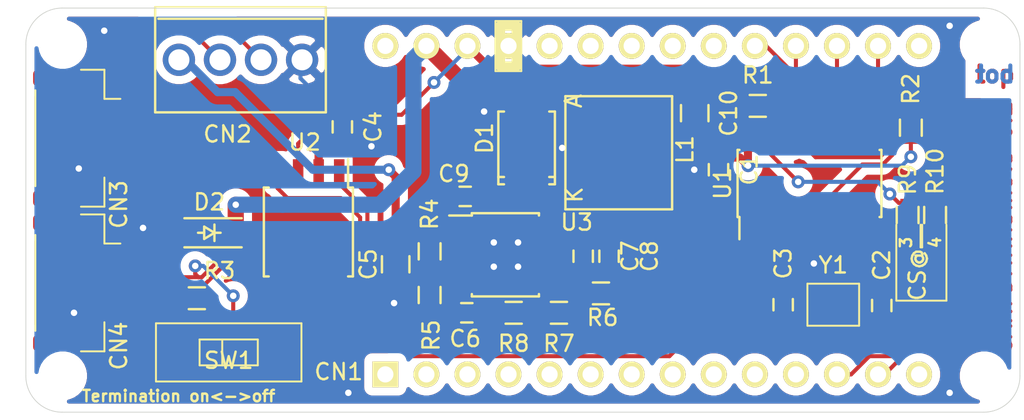
<source format=kicad_pcb>
(kicad_pcb (version 20171130) (host pcbnew 5.1.8-db9833491~87~ubuntu18.04.1)
  (layers (0 F.Cu signal) (31 B.Cu signal) (34 B.Paste user) (35 F.Paste user) (36 B.SilkS user) (37 F.SilkS user) (38 B.Mask user) (39 F.Mask user) (44 Edge.Cuts user))
  (net 0 "")
  (net 1 +3V3)
  (net 2 GND)
  (net 3 /OSC1)
  (net 4 /OSC2)
  (net 5 /MISO)
  (net 6 /SCK)
  (net 7 /MOSI)
  (net 8 /MCP2517_INT)
  (net 9 /MCP2517_CS)
  (net 10 /CANH)
  (net 11 /CANL)
  (net 12 "Net-(R3-Pad2)")
  (net 13 /CAN_TX)
  (net 14 /CAN_RX)
  (net 15 VCC)
  (net 16 /SS)
  (net 17 /COMP)
  (net 18 "Net-(C8-Pad1)")
  (net 19 /BOOT)
  (net 20 /PH)
  (net 21 +5V)
  (net 22 /EN)
  (net 23 /VSENSE)
  (net 24 /CANVCC)
  (net 25 /MCP2517_CS2)
  (net 26 /MCP2517_CS1)
  (module CON_wuerth:WR-TBL_691210910004 (layer F.Cu) (at 120.53 90.7 180)
    (fp_text reference CN2 (at 0.8 -4.6) (layer F.SilkS))
    (fp_text value CONN_01X04)
    (pad 4 thru_hole circle (at 3.81 0 180) (size 2 2) (drill 1.3) (layers *.Cu *.Mask) (net 15 VCC))
    (pad 1 thru_hole circle (at -3.81 0 180) (size 2 2) (drill 1.3) (layers *.Cu *.Mask) (net 2 GND))
    (pad 2 thru_hole circle (at -1.27 0 180) (size 2 2) (drill 1.3) (layers *.Cu *.Mask) (net 11 /CANL))
    (pad 3 thru_hole circle (at 1.27 0 180) (size 2 2) (drill 1.3) (layers *.Cu *.Mask) (net 10 /CANH))
  )
  (module MODULE_compute:ARDUINO_MKR_HOLES_PINHEADER_EDGE (layer F.Cu) (at 146 100)
    (fp_text reference CN1 (at -19.4 10) (layer F.SilkS))
    (fp_text value ARDUINO_MKR)
    (pad "" np_thru_hole circle (at -36.47 -10.25) (size 2 2) (drill 2) (layers *.Cu *.Mask))
    (pad "" np_thru_hole circle (at -36.47 10.25) (size 2 2) (drill 2) (layers *.Cu *.Mask))
    (pad "" np_thru_hole circle (at 20.53 -10.25) (size 2 2) (drill 2) (layers *.Cu *.Mask))
    (pad "" np_thru_hole circle (at 20.53 10.25) (size 2 2) (drill 2) (layers *.Cu *.Mask))
    (pad 1 thru_hole rect (at -16.51 10.16) (size 1.6 1.6) (drill 1) (layers *.Cu *.Mask F.SilkS))
    (pad 2 thru_hole circle (at -13.97 10.16) (size 1.6 1.6) (drill 1) (layers *.Cu *.Mask F.SilkS))
    (pad 3 thru_hole circle (at -11.43 10.16) (size 1.6 1.6) (drill 1) (layers *.Cu *.Mask F.SilkS))
    (pad 4 thru_hole circle (at -8.89 10.16) (size 1.6 1.6) (drill 1) (layers *.Cu *.Mask F.SilkS))
    (pad 5 thru_hole circle (at -6.35 10.16) (size 1.6 1.6) (drill 1) (layers *.Cu *.Mask F.SilkS))
    (pad 6 thru_hole circle (at -3.81 10.16) (size 1.6 1.6) (drill 1) (layers *.Cu *.Mask F.SilkS))
    (pad 7 thru_hole circle (at -1.27 10.16) (size 1.6 1.6) (drill 1) (layers *.Cu *.Mask F.SilkS))
    (pad 8 thru_hole circle (at 1.27 10.16) (size 1.6 1.6) (drill 1) (layers *.Cu *.Mask F.SilkS))
    (pad 9 thru_hole circle (at 3.81 10.16) (size 1.6 1.6) (drill 1) (layers *.Cu *.Mask F.SilkS))
    (pad 10 thru_hole circle (at 6.35 10.16) (size 1.6 1.6) (drill 1) (layers *.Cu *.Mask F.SilkS))
    (pad 11 thru_hole circle (at 8.89 10.16) (size 1.6 1.6) (drill 1) (layers *.Cu *.Mask F.SilkS))
    (pad 12 thru_hole circle (at 11.43 10.16) (size 1.6 1.6) (drill 1) (layers *.Cu *.Mask F.SilkS) (net 26 /MCP2517_CS1))
    (pad 13 thru_hole circle (at 13.97 10.16) (size 1.6 1.6) (drill 1) (layers *.Cu *.Mask F.SilkS) (net 25 /MCP2517_CS2))
    (pad 14 thru_hole circle (at 16.51 10.16) (size 1.6 1.6) (drill 1) (layers *.Cu *.Mask F.SilkS))
    (pad 15 thru_hole circle (at 16.51 -10.16) (size 1.6 1.6) (drill 1) (layers *.Cu *.Mask F.SilkS))
    (pad 16 thru_hole circle (at 13.97 -10.16) (size 1.6 1.6) (drill 1) (layers *.Cu *.Mask F.SilkS) (net 8 /MCP2517_INT))
    (pad 17 thru_hole circle (at 11.43 -10.16) (size 1.6 1.6) (drill 1) (layers *.Cu *.Mask F.SilkS) (net 7 /MOSI))
    (pad 18 thru_hole circle (at 8.89 -10.16) (size 1.6 1.6) (drill 1) (layers *.Cu *.Mask F.SilkS) (net 6 /SCK))
    (pad 19 thru_hole circle (at 6.35 -10.16) (size 1.6 1.6) (drill 1) (layers *.Cu *.Mask F.SilkS) (net 5 /MISO))
    (pad 20 thru_hole circle (at 3.81 -10.16) (size 1.6 1.6) (drill 1) (layers *.Cu *.Mask F.SilkS))
    (pad 21 thru_hole circle (at 1.27 -10.16) (size 1.6 1.6) (drill 1) (layers *.Cu *.Mask F.SilkS))
    (pad 22 thru_hole circle (at -1.27 -10.16) (size 1.6 1.6) (drill 1) (layers *.Cu *.Mask F.SilkS))
    (pad 23 thru_hole circle (at -3.81 -10.16) (size 1.6 1.6) (drill 1) (layers *.Cu *.Mask F.SilkS))
    (pad 24 thru_hole circle (at -6.35 -10.16) (size 1.6 1.6) (drill 1) (layers *.Cu *.Mask F.SilkS))
    (pad 25 thru_hole circle (at -8.89 -10.16) (size 1.6 1.6) (drill 1) (layers *.Cu *.Mask F.SilkS) (net 2 GND))
    (pad 26 thru_hole circle (at -11.43 -10.16) (size 1.6 1.6) (drill 1) (layers *.Cu *.Mask F.SilkS) (net 1 +3V3))
    (pad 27 thru_hole circle (at -13.97 -10.16) (size 1.6 1.6) (drill 1) (layers *.Cu *.Mask F.SilkS) (net 21 +5V))
    (pad 28 thru_hole circle (at -16.51 -10.16) (size 1.6 1.6) (drill 1) (layers *.Cu *.Mask F.SilkS))
  )
  (module capacitors:C_0603 (layer F.Cu) (at 150.1 97.5 270)
    (fp_text reference C1 (at 0 -1.9 90) (layer F.SilkS))
    (fp_text value 100nF)
    (pad 2 smd rect (at 0.75 0 270) (size 0.8 0.75) (layers F.Cu F.Paste F.Mask) (net 2 GND))
    (pad 1 smd rect (at -0.75 0 270) (size 0.8 0.75) (layers F.Cu F.Paste F.Mask) (net 1 +3V3))
  )
  (module capacitors:C_0603 (layer F.Cu) (at 160.2 105.9 270)
    (fp_text reference C2 (at -2.5 0 90) (layer F.SilkS))
    (fp_text value 22pF)
    (pad 2 smd rect (at 0.75 0 270) (size 0.8 0.75) (layers F.Cu F.Paste F.Mask) (net 2 GND))
    (pad 1 smd rect (at -0.75 0 270) (size 0.8 0.75) (layers F.Cu F.Paste F.Mask) (net 3 /OSC1))
  )
  (module capacitors:C_0603 (layer F.Cu) (at 154.1 105.85 90)
    (fp_text reference C3 (at 2.55 0 90) (layer F.SilkS))
    (fp_text value 22pF)
    (pad 2 smd rect (at 0.75 0 90) (size 0.8 0.75) (layers F.Cu F.Paste F.Mask) (net 2 GND))
    (pad 1 smd rect (at -0.75 0 90) (size 0.8 0.75) (layers F.Cu F.Paste F.Mask) (net 4 /OSC2))
  )
  (module capacitors:C_0603 (layer F.Cu) (at 126.83 94.85 270)
    (fp_text reference C4 (at 0 -1.9 90) (layer F.SilkS))
    (fp_text value 100nF)
    (pad 2 smd rect (at 0.75 0 270) (size 0.8 0.75) (layers F.Cu F.Paste F.Mask) (net 2 GND))
    (pad 1 smd rect (at -0.75 0 270) (size 0.8 0.75) (layers F.Cu F.Paste F.Mask) (net 1 +3V3))
  )
  (module resistors:R_0603 (layer F.Cu) (at 152.53 93.55)
    (fp_text reference R1 (at 0 -1.9) (layer F.SilkS))
    (fp_text value 10k)
    (pad 2 smd rect (at 0.75 0) (size 0.5 0.9) (layers F.Cu F.Paste F.Mask) (net 9 /MCP2517_CS))
    (pad 1 smd rect (at -0.75 0) (size 0.5 0.9) (layers F.Cu F.Paste F.Mask) (net 1 +3V3))
  )
  (module resistors:R_0603 (layer F.Cu) (at 162 94.9 90)
    (fp_text reference R2 (at 2.4 0 90) (layer F.SilkS))
    (fp_text value 10k)
    (pad 2 smd rect (at 0.75 0 90) (size 0.5 0.9) (layers F.Cu F.Paste F.Mask) (net 8 /MCP2517_INT))
    (pad 1 smd rect (at -0.75 0 90) (size 0.5 0.9) (layers F.Cu F.Paste F.Mask) (net 1 +3V3))
  )
  (module resistors:R_0603 (layer F.Cu) (at 117.83 105.45 180)
    (fp_text reference R3 (at -1.4 1.7) (layer F.SilkS))
    (fp_text value 120R)
    (pad 2 smd rect (at 0.75 0 180) (size 0.5 0.9) (layers F.Cu F.Paste F.Mask) (net 12 "Net-(R3-Pad2)"))
    (pad 1 smd rect (at -0.75 0 180) (size 0.5 0.9) (layers F.Cu F.Paste F.Mask) (net 11 /CANL))
  )
  (module SOIC:SOIC-14_3.9x8.7mm_Pitch1.27mm (layer F.Cu) (at 155.73 98.35 90)
    (fp_text reference U1 (at 0 -5.375 90) (layer F.SilkS))
    (fp_text value MCP2517FD)
    (pad 14 smd rect (at 2.7 -3.81 90) (size 1.5 0.6) (layers F.Cu F.Paste F.Mask) (net 1 +3V3))
    (pad 13 smd rect (at 2.7 -2.54 90) (size 1.5 0.6) (layers F.Cu F.Paste F.Mask) (net 9 /MCP2517_CS))
    (pad 12 smd rect (at 2.7 -1.27 90) (size 1.5 0.6) (layers F.Cu F.Paste F.Mask) (net 5 /MISO))
    (pad 11 smd rect (at 2.7 0 90) (size 1.5 0.6) (layers F.Cu F.Paste F.Mask) (net 7 /MOSI))
    (pad 10 smd rect (at 2.7 1.27 90) (size 1.5 0.6) (layers F.Cu F.Paste F.Mask) (net 6 /SCK))
    (pad 9 smd rect (at 2.7 2.54 90) (size 1.5 0.6) (layers F.Cu F.Paste F.Mask))
    (pad 8 smd rect (at 2.7 3.81 90) (size 1.5 0.6) (layers F.Cu F.Paste F.Mask))
    (pad 7 smd rect (at -2.7 3.81 90) (size 1.5 0.6) (layers F.Cu F.Paste F.Mask) (net 2 GND))
    (pad 6 smd rect (at -2.7 2.54 90) (size 1.5 0.6) (layers F.Cu F.Paste F.Mask) (net 3 /OSC1))
    (pad 5 smd rect (at -2.7 1.27 90) (size 1.5 0.6) (layers F.Cu F.Paste F.Mask) (net 4 /OSC2))
    (pad 4 smd rect (at -2.7 0 90) (size 1.5 0.6) (layers F.Cu F.Paste F.Mask) (net 8 /MCP2517_INT))
    (pad 3 smd rect (at -2.7 -1.27 90) (size 1.5 0.6) (layers F.Cu F.Paste F.Mask))
    (pad 2 smd rect (at -2.7 -2.54 90) (size 1.5 0.6) (layers F.Cu F.Paste F.Mask) (net 14 /CAN_RX))
    (pad 1 smd rect (at -2.7 -3.81 90) (size 1.5 0.6) (layers F.Cu F.Paste F.Mask) (net 13 /CAN_TX))
  )
  (module SOIC:SOIJ-8_5.3x5.3mm_Pitch1.27mm (layer F.Cu) (at 124.73 101.35 270)
    (fp_text reference U2 (at -5.55 0.23 180) (layer F.SilkS))
    (fp_text value SN65HVD232)
    (pad 8 smd rect (at 3.65 -1.905 270) (size 1.7 0.65) (layers F.Cu F.Paste F.Mask))
    (pad 7 smd rect (at 3.65 -0.635 270) (size 1.7 0.65) (layers F.Cu F.Paste F.Mask) (net 10 /CANH))
    (pad 6 smd rect (at 3.65 0.635 270) (size 1.7 0.65) (layers F.Cu F.Paste F.Mask) (net 11 /CANL))
    (pad 5 smd rect (at 3.65 1.905 270) (size 1.7 0.65) (layers F.Cu F.Paste F.Mask))
    (pad 4 smd rect (at -3.65 1.905 270) (size 1.7 0.65) (layers F.Cu F.Paste F.Mask) (net 14 /CAN_RX))
    (pad 3 smd rect (at -3.65 0.635 270) (size 1.7 0.65) (layers F.Cu F.Paste F.Mask) (net 1 +3V3))
    (pad 2 smd rect (at -3.65 -0.635 270) (size 1.7 0.65) (layers F.Cu F.Paste F.Mask) (net 2 GND))
    (pad 1 smd rect (at -3.65 -1.905 270) (size 1.7 0.65) (layers F.Cu F.Paste F.Mask) (net 13 /CAN_TX))
  )
  (module capacitors:C_0805 (layer F.Cu) (at 130.13 103.35 270)
    (fp_text reference C5 (at 0 1.7 90) (layer F.SilkS))
    (fp_text value 10uF)
    (pad 2 smd rect (at 1 0 270) (size 1 1.25) (layers F.Cu F.Paste F.Mask) (net 2 GND))
    (pad 1 smd rect (at -1 0 270) (size 1 1.25) (layers F.Cu F.Paste F.Mask) (net 15 VCC))
  )
  (module capacitors:C_0603 (layer F.Cu) (at 134.53 106.35)
    (fp_text reference C6 (at -0.1 1.6) (layer F.SilkS))
    (fp_text value "4.7 nF")
    (pad 2 smd rect (at 0.75 0) (size 0.8 0.75) (layers F.Cu F.Paste F.Mask) (net 2 GND))
    (pad 1 smd rect (at -0.75 0) (size 0.8 0.75) (layers F.Cu F.Paste F.Mask) (net 16 /SS))
  )
  (module capacitors:C_0603 (layer F.Cu) (at 141.73 102.85 90)
    (fp_text reference C7 (at 0 2.9 90) (layer F.SilkS))
    (fp_text value 110pF)
    (pad 2 smd rect (at 0.75 0 90) (size 0.8 0.75) (layers F.Cu F.Paste F.Mask) (net 2 GND))
    (pad 1 smd rect (at -0.75 0 90) (size 0.8 0.75) (layers F.Cu F.Paste F.Mask) (net 17 /COMP))
  )
  (module capacitors:C_0603 (layer F.Cu) (at 143.33 102.85 90)
    (fp_text reference C8 (at 0 2.5 90) (layer F.SilkS))
    (fp_text value "4.7 nF")
    (pad 2 smd rect (at 0.75 0 90) (size 0.8 0.75) (layers F.Cu F.Paste F.Mask) (net 2 GND))
    (pad 1 smd rect (at -0.75 0 90) (size 0.8 0.75) (layers F.Cu F.Paste F.Mask) (net 18 "Net-(C8-Pad1)"))
  )
  (module capacitors:C_0603 (layer F.Cu) (at 134.43 99.15)
    (fp_text reference C9 (at -0.7 -1.4) (layer F.SilkS))
    (fp_text value 100nF)
    (pad 2 smd rect (at 0.75 0) (size 0.8 0.75) (layers F.Cu F.Paste F.Mask) (net 20 /PH))
    (pad 1 smd rect (at -0.75 0) (size 0.8 0.75) (layers F.Cu F.Paste F.Mask) (net 19 /BOOT))
  )
  (module capacitors:C_0805 (layer F.Cu) (at 148.63 94 270)
    (fp_text reference C10 (at 0 -2.1 90) (layer F.SilkS))
    (fp_text value 10uF)
    (pad 2 smd rect (at 1 0 270) (size 1 1.25) (layers F.Cu F.Paste F.Mask) (net 2 GND))
    (pad 1 smd rect (at -1 0 270) (size 1 1.25) (layers F.Cu F.Paste F.Mask) (net 21 +5V))
  )
  (module diodes:SMA_Standard (layer F.Cu) (at 138.23 96.15 90)
    (fp_text reference D1 (at 0.6 -2.6 90) (layer F.SilkS))
    (fp_text value SSA34)
    (fp_text user A (at 2.9 2.9 90) (layer F.SilkS))
    (fp_text user K (at -2.9 2.95 90) (layer F.SilkS))
    (pad 2 smd rect (at 1.99898 0 90) (size 2.49936 1.80086) (layers F.Cu F.Paste F.Mask) (net 2 GND))
    (pad 1 smd rect (at -1.99898 0 90) (size 2.49936 1.80086) (layers F.Cu F.Paste F.Mask) (net 20 /PH))
  )
  (module L_power:Sumida-0624CDMCCDS (layer F.Cu) (at 143.93 96.45 90)
    (fp_text reference L1 (at 0.2 4.1 90) (layer F.SilkS))
    (fp_text value 0624CDMCCDS-220MC)
    (pad 1 smd rect (at -3.025 0 90) (size 2.35 3.5) (layers F.Cu F.Paste F.Mask) (net 20 /PH))
    (pad 2 smd rect (at 3.025 0 90) (size 2.35 3.5) (layers F.Cu F.Paste F.Mask) (net 21 +5V))
  )
  (module resistors:R_0603 (layer F.Cu) (at 132.23 102.55 270)
    (fp_text reference R4 (at -2.3 0 90) (layer F.SilkS))
    (fp_text value DNI)
    (pad 2 smd rect (at 0.75 0 270) (size 0.5 0.9) (layers F.Cu F.Paste F.Mask) (net 22 /EN))
    (pad 1 smd rect (at -0.75 0 270) (size 0.5 0.9) (layers F.Cu F.Paste F.Mask) (net 15 VCC))
  )
  (module resistors:R_0603 (layer F.Cu) (at 132.23 105.25 270)
    (fp_text reference R5 (at 2.5 -0.1 90) (layer F.SilkS))
    (fp_text value DNI)
    (pad 2 smd rect (at 0.75 0 270) (size 0.5 0.9) (layers F.Cu F.Paste F.Mask) (net 2 GND))
    (pad 1 smd rect (at -0.75 0 270) (size 0.5 0.9) (layers F.Cu F.Paste F.Mask) (net 22 /EN))
  )
  (module resistors:R_0603 (layer F.Cu) (at 142.83 105.15)
    (fp_text reference R6 (at 0.1 1.5) (layer F.SilkS))
    (fp_text value 12k7)
    (pad 2 smd rect (at 0.75 0) (size 0.5 0.9) (layers F.Cu F.Paste F.Mask) (net 18 "Net-(C8-Pad1)"))
    (pad 1 smd rect (at -0.75 0) (size 0.5 0.9) (layers F.Cu F.Paste F.Mask) (net 17 /COMP))
  )
  (module resistors:R_0603 (layer F.Cu) (at 140.23 106.35 180)
    (fp_text reference R7 (at 0 -1.9) (layer F.SilkS))
    (fp_text value 10k)
    (pad 2 smd rect (at 0.75 0 180) (size 0.5 0.9) (layers F.Cu F.Paste F.Mask) (net 23 /VSENSE))
    (pad 1 smd rect (at -0.75 0 180) (size 0.5 0.9) (layers F.Cu F.Paste F.Mask) (net 21 +5V))
  )
  (module resistors:R_0603 (layer F.Cu) (at 137.43 106.35 180)
    (fp_text reference R8 (at 0 -1.9) (layer F.SilkS))
    (fp_text value 1k9)
    (pad 2 smd rect (at 0.75 0 180) (size 0.5 0.9) (layers F.Cu F.Paste F.Mask) (net 2 GND))
    (pad 1 smd rect (at -0.75 0 180) (size 0.5 0.9) (layers F.Cu F.Paste F.Mask) (net 23 /VSENSE))
  )
  (module SOIC:SOIC-8-1EP_3.9x4.9mm_Pitch1.27mm (layer F.Cu) (at 136.9175 102.7625)
    (fp_text reference U3 (at 4.4125 -2.0125) (layer F.SilkS))
    (fp_text value TPS54232)
    (pad 9 smd rect (at -0.5875 -0.5875) (size 1.175 1.175) (layers F.Cu F.Paste F.Mask) (net 2 GND))
    (pad 9 smd rect (at -0.5875 0.5875) (size 1.175 1.175) (layers F.Cu F.Paste F.Mask) (net 2 GND))
    (pad 9 smd rect (at 0.5875 -0.5875) (size 1.175 1.175) (layers F.Cu F.Paste F.Mask) (net 2 GND))
    (pad 9 smd rect (at 0.5875 0.5875) (size 1.175 1.175) (layers F.Cu F.Paste F.Mask) (net 2 GND))
    (pad 8 smd rect (at 2.7 -1.905) (size 1.55 0.6) (layers F.Cu F.Paste F.Mask) (net 20 /PH))
    (pad 7 smd rect (at 2.7 -0.635) (size 1.55 0.6) (layers F.Cu F.Paste F.Mask) (net 2 GND))
    (pad 6 smd rect (at 2.7 0.635) (size 1.55 0.6) (layers F.Cu F.Paste F.Mask) (net 17 /COMP))
    (pad 5 smd rect (at 2.7 1.905) (size 1.55 0.6) (layers F.Cu F.Paste F.Mask) (net 23 /VSENSE))
    (pad 4 smd rect (at -2.7 1.905) (size 1.55 0.6) (layers F.Cu F.Paste F.Mask) (net 16 /SS))
    (pad 3 smd rect (at -2.7 0.635) (size 1.55 0.6) (layers F.Cu F.Paste F.Mask) (net 22 /EN))
    (pad 2 smd rect (at -2.7 -0.635) (size 1.55 0.6) (layers F.Cu F.Paste F.Mask) (net 15 VCC))
    (pad 1 smd rect (at -2.7 -1.905) (size 1.55 0.6) (layers F.Cu F.Paste F.Mask) (net 19 /BOOT))
  )
  (module labels:generationmake_small_solder (layer F.Cu) (at 168.1 101.4 90)
    (fp_text reference L2 hide)
    (fp_text value Label hide)
  )
  (module Connector_JST:JST_GH_SM04B-GHS-TB_1x04-1MP_P1.25mm_Horizontal (layer F.Cu) (at 110.4 95.55 270)
    (fp_text reference CN3 (at 4.1 -2.6 90) (layer F.SilkS))
    (fp_text value GH_SM04B-GHS-TB)
    (pad MP smd roundrect (at 3.725 1.35 270) (size 1 2.7) (layers F.Cu F.Paste F.Mask))
    (pad MP smd roundrect (at -3.725 1.35 270) (size 1 2.7) (layers F.Cu F.Paste F.Mask))
    (pad 4 smd roundrect (at 1.875 -1.85 270) (size 0.6 1.7) (layers F.Cu F.Paste F.Mask) (net 2 GND))
    (pad 3 smd roundrect (at 0.625 -1.85 270) (size 0.6 1.7) (layers F.Cu F.Paste F.Mask) (net 11 /CANL))
    (pad 2 smd roundrect (at -0.625 -1.85 270) (size 0.6 1.7) (layers F.Cu F.Paste F.Mask) (net 10 /CANH))
    (pad 1 smd roundrect (at -1.875 -1.85 270) (size 0.6 1.7) (layers F.Cu F.Paste F.Mask) (net 24 /CANVCC))
  )
  (module Connector_JST:JST_GH_SM04B-GHS-TB_1x04-1MP_P1.25mm_Horizontal (layer F.Cu) (at 110.4 104.5 270)
    (fp_text reference CN4 (at 3.9 -2.6 90) (layer F.SilkS))
    (fp_text value GH_SM04B-GHS-TB)
    (pad MP smd roundrect (at 3.725 1.35 270) (size 1 2.7) (layers F.Cu F.Paste F.Mask))
    (pad MP smd roundrect (at -3.725 1.35 270) (size 1 2.7) (layers F.Cu F.Paste F.Mask))
    (pad 4 smd roundrect (at 1.875 -1.85 270) (size 0.6 1.7) (layers F.Cu F.Paste F.Mask) (net 2 GND))
    (pad 3 smd roundrect (at 0.625 -1.85 270) (size 0.6 1.7) (layers F.Cu F.Paste F.Mask) (net 11 /CANL))
    (pad 2 smd roundrect (at -0.625 -1.85 270) (size 0.6 1.7) (layers F.Cu F.Paste F.Mask) (net 10 /CANH))
    (pad 1 smd roundrect (at -1.875 -1.85 270) (size 0.6 1.7) (layers F.Cu F.Paste F.Mask) (net 24 /CANVCC))
  )
  (module mechanical-switches:CK_JS202011JCQN (layer F.Cu) (at 119.8 108.8)
    (fp_text reference SW1 (at 0 0.5) (layer F.SilkS))
    (fp_text value JS202011JCQN)
    (pad 6 smd rect (at 2.5 1.2) (size 1 1.6) (layers F.Cu F.Paste F.Mask))
    (pad 5 smd rect (at 0 1.2) (size 1 1.6) (layers F.Cu F.Paste F.Mask))
    (pad 4 smd rect (at -2.5 1.2) (size 1 1.6) (layers F.Cu F.Paste F.Mask))
    (pad 3 smd rect (at 2.5 -1.2) (size 1 1.6) (layers F.Cu F.Paste F.Mask))
    (pad 2 smd rect (at 0 -1.2) (size 1 1.6) (layers F.Cu F.Paste F.Mask) (net 10 /CANH))
    (pad 1 smd rect (at -2.5 -1.2) (size 1 1.6) (layers F.Cu F.Paste F.Mask) (net 12 "Net-(R3-Pad2)"))
  )
  (module diodes:SOD-123 (layer F.Cu) (at 118.6 101.4 180)
    (fp_text reference D2 (at 0 1.9) (layer F.SilkS))
    (fp_text value DNI)
    (pad 2 smd rect (at 1.635 0 180) (size 0.91 1.22) (layers F.Cu F.Paste F.Mask) (net 24 /CANVCC))
    (pad 1 smd rect (at -1.635 0 180) (size 0.91 1.22) (layers F.Cu F.Paste F.Mask) (net 21 +5V))
  )
  (module resistors:R_0603 (layer F.Cu) (at 161.8 100.3 270)
    (fp_text reference R9 (at -2.2 0 90) (layer F.SilkS))
    (fp_text value 0R)
    (pad 2 smd rect (at 0.75 0 270) (size 0.5 0.9) (layers F.Cu F.Paste F.Mask) (net 26 /MCP2517_CS1))
    (pad 1 smd rect (at -0.75 0 270) (size 0.5 0.9) (layers F.Cu F.Paste F.Mask) (net 9 /MCP2517_CS))
  )
  (module resistors:R_0603 (layer F.Cu) (at 163.5 100.3 90)
    (fp_text reference R10 (at 2.7 0 90) (layer F.SilkS))
    (fp_text value DNI)
    (pad 2 smd rect (at 0.75 0 90) (size 0.5 0.9) (layers F.Cu F.Paste F.Mask) (net 9 /MCP2517_CS))
    (pad 1 smd rect (at -0.75 0 90) (size 0.5 0.9) (layers F.Cu F.Paste F.Mask) (net 25 /MCP2517_CS2))
  )
  (module crystals:Crystal_SMD_3.2x2.5mm_4Pad (layer F.Cu) (at 157.2 105.85)
    (fp_text reference Y1 (at 0 -2.45) (layer F.SilkS))
    (fp_text value 20MHz)
    (pad 4 smd rect (at 1.15 0.9) (size 1.3 1.1) (layers F.Cu F.Paste F.Mask) (net 2 GND))
    (pad 1 smd rect (at 1.15 -0.9) (size 1.3 1.1) (layers F.Cu F.Paste F.Mask) (net 3 /OSC1))
    (pad 2 smd rect (at -1.15 -0.9) (size 1.3 1.1) (layers F.Cu F.Paste F.Mask) (net 2 GND))
    (pad 3 smd rect (at -1.15 0.9) (size 1.3 1.1) (layers F.Cu F.Paste F.Mask) (net 4 /OSC2))
  )
  (gr_line (start 162.7 102.3) (end 162.7 100.9) (layer F.SilkS) (width 0.12))
  (gr_line (start 162.6 102.3) (end 162.7 102.3) (layer F.SilkS) (width 0.12))
  (gr_line (start 162.6 100.9) (end 162.6 102.3) (layer F.SilkS) (width 0.12))
  (gr_line (start 164.2 105.6) (end 161.1 105.6) (layer F.SilkS) (width 0.12))
  (gr_line (start 164.2 100.9) (end 164.2 105.6) (layer F.SilkS) (width 0.12))
  (gr_line (start 161.1 100.9) (end 161.1 105.6) (layer F.SilkS) (width 0.12))
  (gr_text 3 (at 161.7 102 90) (layer F.SilkS) (effects (font (size 0.7 0.7))))
  (gr_text 4 (at 163.5 102 90) (layer F.SilkS) (effects (font (size 0.7 0.7))))
  (gr_text CS@ (at 162.4 104 90) (layer F.SilkS) (effects (font (size 1 1))))
  (gr_text "Termination on<->off" (at 116.7 111.5) (layer F.SilkS) (effects (font (size 0.7 0.7))))
  (gr_line (start 168.75 110.25) (end 168.75 89.75) (layer Edge.Cuts) (width 0.05))
  (gr_line (start 109.5 112.5) (end 166.5 112.5) (layer Edge.Cuts) (width 0.05))
  (gr_line (start 107.25 89.75) (end 107.25 110.25) (layer Edge.Cuts) (width 0.05))
  (gr_line (start 166.5 87.5) (end 109.5 87.5) (layer Edge.Cuts) (width 0.05))
  (gr_arc (start 166.5 89.75) (end 168.75 89.75) (angle -90) (layer Edge.Cuts) (width 0.05))
  (gr_arc (start 166.5 110.25) (end 166.5 112.5) (angle -90) (layer Edge.Cuts) (width 0.05))
  (gr_arc (start 109.5 110.25) (end 107.25 110.25) (angle -90) (layer Edge.Cuts) (width 0.05))
  (gr_arc (start 109.5 89.75) (end 109.5 87.5) (angle -90) (layer Edge.Cuts) (width 0.05))
  (gr_text "CANFDMKRShield 0.1" (at 167.7 101.1 90) (layer F.Cu) (effects (font (size 1 1) (thickness 0.25))))
  (gr_text bot (at 167.2 91.6) (layer B.Cu) (effects (font (size 1 1) (thickness 0.25)) (justify mirror)))
  (gr_text top (at 167.2 91.6) (layer F.Cu) (effects (font (size 1 1) (thickness 0.25))))
  (via (at 137.7 102) (size 0.8) (drill 0.4) (layers F.Cu B.Cu) (net 2))
  (via (at 136.2 102) (size 0.8) (drill 0.4) (layers F.Cu B.Cu) (net 2))
  (segment (start 151.78 95.51) (end 151.92 95.65) (width 0.25) (layer F.Cu) (net 1))
  (segment (start 151.78 93.55) (end 151.78 95.51) (width 0.25) (layer F.Cu) (net 1))
  (via (at 151.93 97.25) (size 0.8) (drill 0.4) (layers F.Cu B.Cu) (net 1))
  (segment (start 126.83 94.1) (end 125.88 94.1) (width 0.25) (layer F.Cu) (net 1))
  (segment (start 124.095 95.885) (end 124.095 97.7) (width 0.25) (layer F.Cu) (net 1))
  (segment (start 125.88 94.1) (end 124.095 95.885) (width 0.25) (layer F.Cu) (net 1))
  (segment (start 162 95.65) (end 162 96.7) (width 0.25) (layer F.Cu) (net 1))
  (via (at 162 96.7) (size 0.8) (drill 0.4) (layers F.Cu B.Cu) (net 1))
  (segment (start 161.45 97.25) (end 151.93 97.25) (width 0.25) (layer B.Cu) (net 1))
  (segment (start 162 96.7) (end 161.45 97.25) (width 0.25) (layer B.Cu) (net 1))
  (segment (start 126.83 94.1) (end 130.5 94.1) (width 0.25) (layer F.Cu) (net 1))
  (via (at 132.5 92.1) (size 0.8) (drill 0.4) (layers F.Cu B.Cu) (net 1))
  (segment (start 130.5 94.1) (end 132.5 92.1) (width 0.25) (layer F.Cu) (net 1))
  (segment (start 134.57 90.03) (end 134.57 89.84) (width 0.25) (layer B.Cu) (net 1))
  (segment (start 132.5 92.1) (end 134.57 90.03) (width 0.25) (layer B.Cu) (net 1))
  (segment (start 134.57 89.84) (end 135.97999 91.24999) (width 0.5) (layer F.Cu) (net 1))
  (segment (start 151.92 94.354998) (end 151.92 95.65) (width 0.5) (layer F.Cu) (net 1))
  (segment (start 148.814992 91.24999) (end 151.92 94.354998) (width 0.5) (layer F.Cu) (net 1))
  (segment (start 135.97999 91.24999) (end 148.814992 91.24999) (width 0.5) (layer F.Cu) (net 1))
  (segment (start 151.92 97.24) (end 151.93 97.25) (width 0.5) (layer F.Cu) (net 1))
  (segment (start 151.92 95.65) (end 151.92 97.24) (width 0.5) (layer F.Cu) (net 1))
  (segment (start 151.43 96.75) (end 151.93 97.25) (width 0.5) (layer F.Cu) (net 1))
  (segment (start 150.1 96.75) (end 151.43 96.75) (width 0.5) (layer F.Cu) (net 1))
  (via (at 148.6 97.5) (size 0.8) (drill 0.4) (layers F.Cu B.Cu) (net 2))
  (segment (start 160.27852 106.7) (end 159.92964 107.04888) (width 0.25) (layer F.Cu) (net 2))
  (via (at 156 103.3) (size 0.8) (drill 0.4) (layers F.Cu B.Cu) (net 2))
  (segment (start 137.83 96.35) (end 136.43 94.95) (width 0.25) (layer F.Cu) (net 2))
  (segment (start 136.43 94.95) (end 136.58 94.95) (width 0.25) (layer F.Cu) (net 2))
  (segment (start 152.73 108.25) (end 158.72852 108.25) (width 0.25) (layer F.Cu) (net 2))
  (segment (start 158.72852 108.25) (end 159.92964 107.04888) (width 0.25) (layer F.Cu) (net 2))
  (segment (start 152.03 107.55) (end 152.73 108.25) (width 0.25) (layer F.Cu) (net 2))
  (segment (start 152.03 105.85) (end 152.03 107.55) (width 0.25) (layer F.Cu) (net 2))
  (segment (start 152.78 105.1) (end 152.03 105.85) (width 0.25) (layer F.Cu) (net 2))
  (segment (start 137.22898 94.15102) (end 136.43 94.95) (width 0.25) (layer F.Cu) (net 2))
  (segment (start 138.23 94.15102) (end 137.22898 94.15102) (width 0.25) (layer F.Cu) (net 2))
  (segment (start 143.33 102.1) (end 141.73 102.1) (width 0.25) (layer F.Cu) (net 2))
  (segment (start 139.645 102.1) (end 139.6175 102.1275) (width 0.25) (layer F.Cu) (net 2))
  (segment (start 141.73 102.1) (end 139.645 102.1) (width 0.25) (layer F.Cu) (net 2))
  (segment (start 137.5525 102.1275) (end 137.505 102.175) (width 0.25) (layer F.Cu) (net 2))
  (segment (start 139.6175 102.1275) (end 137.5525 102.1275) (width 0.25) (layer F.Cu) (net 2))
  (segment (start 137.505 102.175) (end 137.505 103.35) (width 0.25) (layer F.Cu) (net 2))
  (segment (start 136.33 103.35) (end 136.33 103.35) (width 0.25) (layer F.Cu) (net 2))
  (segment (start 135.28 106.35) (end 136.68 106.35) (width 0.25) (layer F.Cu) (net 2))
  (segment (start 136.68 103.7) (end 136.33 103.35) (width 0.25) (layer F.Cu) (net 2))
  (segment (start 136.68 106.35) (end 136.68 103.7) (width 0.25) (layer F.Cu) (net 2))
  (segment (start 132.23 106) (end 132.23 106.05) (width 0.25) (layer F.Cu) (net 2))
  (segment (start 132.23 106.05) (end 133.23 107.05) (width 0.25) (layer F.Cu) (net 2))
  (segment (start 134.58 107.05) (end 135.28 106.35) (width 0.25) (layer F.Cu) (net 2))
  (segment (start 133.23 107.05) (end 134.58 107.05) (width 0.25) (layer F.Cu) (net 2))
  (segment (start 130.58 104.35) (end 132.23 106) (width 0.25) (layer F.Cu) (net 2))
  (segment (start 130.13 104.35) (end 130.58 104.35) (width 0.25) (layer F.Cu) (net 2))
  (segment (start 138.23 94.15102) (end 138.43102 94.15102) (width 0.25) (layer F.Cu) (net 2))
  (via (at 140.43 96.15) (size 0.8) (drill 0.4) (layers F.Cu B.Cu) (net 2))
  (segment (start 138.43102 94.15102) (end 140.43 96.15) (width 0.25) (layer F.Cu) (net 2))
  (segment (start 143.42 96.15) (end 143.475 96.205) (width 0.25) (layer B.Cu) (net 2))
  (segment (start 140.43 96.15) (end 143.42 96.15) (width 0.25) (layer B.Cu) (net 2))
  (segment (start 145.42 98.15) (end 143.475 96.205) (width 0.25) (layer B.Cu) (net 2))
  (segment (start 143.475 96.205) (end 137.11 89.84) (width 0.25) (layer B.Cu) (net 2))
  (via (at 110.23 106.35) (size 0.8) (drill 0.4) (layers F.Cu B.Cu) (net 2))
  (segment (start 110.355 106.225) (end 110.23 106.35) (width 0.25) (layer F.Cu) (net 2))
  (segment (start 113.08 106.225) (end 110.355 106.225) (width 0.25) (layer F.Cu) (net 2))
  (segment (start 115.12 103.96) (end 112.73 106.35) (width 0.25) (layer B.Cu) (net 2))
  (segment (start 122.93 106.35) (end 112.73 106.35) (width 0.25) (layer B.Cu) (net 2))
  (segment (start 112.73 106.35) (end 110.23 106.35) (width 0.25) (layer B.Cu) (net 2))
  (segment (start 122.93 106.35) (end 129.53 106.35) (width 0.25) (layer B.Cu) (net 2))
  (via (at 130.03 105.75) (size 0.8) (drill 0.4) (layers F.Cu B.Cu) (net 2))
  (segment (start 129.53 106.35) (end 130.03 105.85) (width 0.25) (layer B.Cu) (net 2))
  (segment (start 130.03 105.85) (end 130.03 105.75) (width 0.25) (layer B.Cu) (net 2))
  (segment (start 130.03 104.45) (end 130.13 104.35) (width 0.25) (layer F.Cu) (net 2))
  (segment (start 130.03 105.75) (end 130.03 104.45) (width 0.25) (layer F.Cu) (net 2))
  (segment (start 114.705 97.425) (end 115.12 97.84) (width 0.25) (layer B.Cu) (net 2))
  (segment (start 115.12 97.84) (end 115.12 103.96) (width 0.25) (layer B.Cu) (net 2))
  (segment (start 126.83 95.6) (end 128.18 95.6) (width 0.25) (layer F.Cu) (net 2))
  (via (at 128.63 96.05) (size 0.8) (drill 0.4) (layers F.Cu B.Cu) (net 2))
  (segment (start 128.18 95.6) (end 128.63 96.05) (width 0.25) (layer F.Cu) (net 2))
  (segment (start 126.48 95.6) (end 125.365 96.715) (width 0.25) (layer F.Cu) (net 2))
  (segment (start 125.365 97.7) (end 125.365 96.715) (width 0.25) (layer F.Cu) (net 2))
  (segment (start 126.83 95.6) (end 126.48 95.6) (width 0.25) (layer F.Cu) (net 2))
  (segment (start 128.44 96.05) (end 128.63 96.05) (width 0.25) (layer B.Cu) (net 2))
  (segment (start 124.24 91.85) (end 128.44 96.05) (width 0.25) (layer B.Cu) (net 2))
  (segment (start 112.25 97.425) (end 110.525 97.425) (width 0.25) (layer F.Cu) (net 2))
  (via (at 110.525 97.425) (size 0.8) (drill 0.4) (layers F.Cu B.Cu) (net 2))
  (segment (start 110.525 97.425) (end 112.925 97.425) (width 0.25) (layer B.Cu) (net 2))
  (segment (start 112.925 97.425) (end 114.705 97.425) (width 0.25) (layer B.Cu) (net 2))
  (segment (start 124.24 90.8) (end 124.34 90.7) (width 0.25) (layer B.Cu) (net 2))
  (segment (start 124.24 91.85) (end 124.24 90.8) (width 0.25) (layer B.Cu) (net 2))
  (via (at 112.1 88.9) (size 0.8) (drill 0.4) (layers F.Cu B.Cu) (net 2))
  (via (at 114.5 101.1) (size 0.8) (drill 0.4) (layers F.Cu B.Cu) (net 2))
  (segment (start 155.9 105.1) (end 156.05 104.95) (width 0.25) (layer F.Cu) (net 2))
  (segment (start 154.1 105.1) (end 155.9 105.1) (width 0.25) (layer F.Cu) (net 2))
  (segment (start 160.1 106.75) (end 160.2 106.65) (width 0.25) (layer F.Cu) (net 2))
  (segment (start 158.35 106.75) (end 160.1 106.75) (width 0.25) (layer F.Cu) (net 2))
  (segment (start 160.2 106.65) (end 161.05 106.65) (width 0.25) (layer F.Cu) (net 2))
  (segment (start 161.05 106.65) (end 161.4 106.3) (width 0.25) (layer F.Cu) (net 2))
  (segment (start 161.4 106.3) (end 161.4 104.3) (width 0.25) (layer F.Cu) (net 2))
  (segment (start 159.54 102.44) (end 159.54 101.05) (width 0.25) (layer F.Cu) (net 2))
  (segment (start 161.4 104.3) (end 159.54 102.44) (width 0.25) (layer F.Cu) (net 2))
  (segment (start 152.78 105.1) (end 154.1 105.1) (width 0.25) (layer F.Cu) (net 2))
  (segment (start 154.2 105.1) (end 156 103.3) (width 0.25) (layer F.Cu) (net 2))
  (segment (start 154.1 105.1) (end 154.2 105.1) (width 0.25) (layer F.Cu) (net 2))
  (via (at 164.4 88.6) (size 0.8) (drill 0.4) (layers F.Cu B.Cu) (net 2))
  (via (at 164.4 111.3) (size 0.8) (drill 0.4) (layers F.Cu B.Cu) (net 2))
  (via (at 127.2 111.3) (size 0.8) (drill 0.4) (layers F.Cu B.Cu) (net 2))
  (segment (start 134.95 96.05) (end 128.63 96.05) (width 0.25) (layer F.Cu) (net 2))
  (segment (start 136.43 94.95) (end 136.05 94.95) (width 0.25) (layer F.Cu) (net 2))
  (segment (start 136.05 94.95) (end 134.95 96.05) (width 0.25) (layer F.Cu) (net 2))
  (segment (start 148.63 97.47) (end 148.6 97.5) (width 0.5) (layer F.Cu) (net 2))
  (segment (start 148.63 95) (end 148.63 97.47) (width 0.5) (layer F.Cu) (net 2))
  (segment (start 149.35 98.25) (end 148.6 97.5) (width 0.5) (layer F.Cu) (net 2))
  (segment (start 150.1 98.25) (end 149.35 98.25) (width 0.5) (layer F.Cu) (net 2))
  (segment (start 147.95 98.15) (end 148.6 97.5) (width 0.25) (layer B.Cu) (net 2))
  (segment (start 147.95 98.15) (end 145.42 98.15) (width 0.25) (layer B.Cu) (net 2))
  (segment (start 149.93 98.15) (end 147.95 98.15) (width 0.25) (layer B.Cu) (net 2))
  (segment (start 155.3 103.3) (end 150.04 98.04) (width 0.25) (layer B.Cu) (net 2))
  (segment (start 156 103.3) (end 155.3 103.3) (width 0.25) (layer B.Cu) (net 2))
  (segment (start 149.93 98.15) (end 150.04 98.04) (width 0.25) (layer B.Cu) (net 2))
  (segment (start 136.33 103.35) (end 137.505 103.35) (width 0.25) (layer F.Cu) (net 2))
  (via (at 136.2 103.5) (size 0.8) (drill 0.4) (layers F.Cu B.Cu) (net 2))
  (segment (start 137.505 103.35) (end 137.505 103.35) (width 0.25) (layer F.Cu) (net 2))
  (via (at 137.7 103.5) (size 0.8) (drill 0.4) (layers F.Cu B.Cu) (net 2))
  (via (at 135.6 93.9) (size 0.8) (drill 0.4) (layers F.Cu B.Cu) (net 2))
  (segment (start 158.27 104.87) (end 158.35 104.95) (width 0.25) (layer F.Cu) (net 3))
  (segment (start 158.27 101.05) (end 158.27 104.87) (width 0.25) (layer F.Cu) (net 3))
  (segment (start 158.55 105.15) (end 158.35 104.95) (width 0.25) (layer F.Cu) (net 3))
  (segment (start 160.2 105.15) (end 158.55 105.15) (width 0.25) (layer F.Cu) (net 3))
  (segment (start 157.025001 105.774999) (end 156.05 106.75) (width 0.25) (layer F.Cu) (net 4))
  (segment (start 157.025001 102.239999) (end 157.025001 105.774999) (width 0.25) (layer F.Cu) (net 4))
  (segment (start 157 102.214998) (end 157.025001 102.239999) (width 0.25) (layer F.Cu) (net 4))
  (segment (start 157 101.05) (end 157 102.214998) (width 0.25) (layer F.Cu) (net 4))
  (segment (start 155.9 106.6) (end 156.05 106.75) (width 0.25) (layer F.Cu) (net 4))
  (segment (start 154.1 106.6) (end 155.9 106.6) (width 0.25) (layer F.Cu) (net 4))
  (segment (start 153.04 89.84) (end 152.35 89.84) (width 0.25) (layer F.Cu) (net 5))
  (segment (start 154.43999 91.23999) (end 153.04 89.84) (width 0.25) (layer F.Cu) (net 5))
  (segment (start 154.43999 92.7964) (end 154.43999 91.23999) (width 0.25) (layer F.Cu) (net 5))
  (segment (start 154.46 95.65) (end 154.46 92.81641) (width 0.25) (layer F.Cu) (net 5))
  (segment (start 154.46 92.81641) (end 154.43999 92.7964) (width 0.25) (layer F.Cu) (net 5))
  (segment (start 154.89 92.61) (end 157 94.72) (width 0.25) (layer F.Cu) (net 6))
  (segment (start 157 95.65) (end 157 94.72) (width 0.25) (layer F.Cu) (net 6))
  (segment (start 154.89 89.84) (end 154.89 92.61) (width 0.25) (layer F.Cu) (net 6))
  (segment (start 155.73 96.35) (end 155.73 95.65) (width 0.25) (layer F.Cu) (net 7))
  (segment (start 157.43 89.84) (end 157.43 91.904998) (width 0.25) (layer F.Cu) (net 7))
  (segment (start 157.43 91.904998) (end 160.4 94.874998) (width 0.25) (layer F.Cu) (net 7))
  (segment (start 160.4 94.874998) (end 160.4 96.4) (width 0.25) (layer F.Cu) (net 7))
  (segment (start 160.4 96.4) (end 160.074999 96.725001) (width 0.25) (layer F.Cu) (net 7))
  (segment (start 160.074999 96.725001) (end 156.105001 96.725001) (width 0.25) (layer F.Cu) (net 7))
  (segment (start 156.105001 96.725001) (end 155.73 96.35) (width 0.25) (layer F.Cu) (net 7))
  (segment (start 155.73 100.45) (end 155.73 101.05) (width 0.25) (layer F.Cu) (net 8))
  (segment (start 159.97 89.84) (end 159.97 93.808588) (width 0.25) (layer F.Cu) (net 8))
  (segment (start 159.97 93.808588) (end 160.85001 94.688598) (width 0.25) (layer F.Cu) (net 8))
  (segment (start 160.85001 94.688598) (end 160.85001 96.5864) (width 0.25) (layer F.Cu) (net 8))
  (segment (start 160.85001 96.5864) (end 160.2614 97.17501) (width 0.25) (layer F.Cu) (net 8))
  (segment (start 160.2614 97.17501) (end 159.004989 97.175011) (width 0.25) (layer F.Cu) (net 8))
  (segment (start 159.004989 97.175011) (end 155.73 100.45) (width 0.25) (layer F.Cu) (net 8))
  (segment (start 161.388608 94.15) (end 160.85001 94.688598) (width 0.25) (layer F.Cu) (net 8))
  (segment (start 162 94.15) (end 161.388608 94.15) (width 0.25) (layer F.Cu) (net 8))
  (segment (start 153.28 95.56) (end 153.19 95.65) (width 0.25) (layer F.Cu) (net 9))
  (segment (start 153.28 93.55) (end 153.28 95.56) (width 0.25) (layer F.Cu) (net 9))
  (segment (start 153.19 95.65) (end 153.19 96.41) (width 0.25) (layer F.Cu) (net 9))
  (via (at 155.03 98.25) (size 0.8) (drill 0.4) (layers F.Cu B.Cu) (net 9))
  (segment (start 153.19 96.41) (end 155.03 98.25) (width 0.25) (layer F.Cu) (net 9))
  (segment (start 163.5 99.55) (end 161.8 99.55) (width 0.25) (layer F.Cu) (net 9))
  (segment (start 161.8 99.55) (end 161.25 99.55) (width 0.25) (layer F.Cu) (net 9))
  (via (at 160.7 99) (size 0.8) (drill 0.4) (layers F.Cu B.Cu) (net 9))
  (segment (start 161.25 99.55) (end 160.7 99) (width 0.25) (layer F.Cu) (net 9))
  (segment (start 159.95 98.25) (end 158.85 98.25) (width 0.25) (layer B.Cu) (net 9))
  (segment (start 160.7 99) (end 159.95 98.25) (width 0.25) (layer B.Cu) (net 9))
  (segment (start 158.85 98.25) (end 155.03 98.25) (width 0.25) (layer B.Cu) (net 9))
  (segment (start 113.08 103.825) (end 112.005 103.825) (width 0.25) (layer F.Cu) (net 10))
  (segment (start 113.08 103.825) (end 113.405 104.15) (width 0.25) (layer F.Cu) (net 10))
  (segment (start 120.08 107) (end 120.08 105.3) (width 0.25) (layer F.Cu) (net 10))
  (via (at 120.08 105.3) (size 0.8) (drill 0.4) (layers F.Cu B.Cu) (net 10))
  (segment (start 120.08 105.3) (end 118.23 103.45) (width 0.25) (layer B.Cu) (net 10))
  (via (at 117.73 103.45) (size 0.8) (drill 0.4) (layers F.Cu B.Cu) (net 10))
  (segment (start 118.23 103.45) (end 117.73 103.45) (width 0.25) (layer B.Cu) (net 10))
  (segment (start 117.73 103.95) (end 117.93 104.15) (width 0.25) (layer F.Cu) (net 10))
  (segment (start 117.73 103.45) (end 117.73 103.95) (width 0.25) (layer F.Cu) (net 10))
  (segment (start 113.405 104.15) (end 117.93 104.15) (width 0.25) (layer F.Cu) (net 10))
  (segment (start 113.08 94.925) (end 112.105 94.925) (width 0.25) (layer F.Cu) (net 10))
  (segment (start 112.25 103.875) (end 111.275 103.875) (width 0.25) (layer F.Cu) (net 10))
  (segment (start 111.275 103.875) (end 110.75001 103.35001) (width 0.25) (layer F.Cu) (net 10))
  (segment (start 110.75001 103.35001) (end 110.75001 102.24999) (width 0.25) (layer F.Cu) (net 10))
  (segment (start 110.75001 102.24999) (end 114.25001 98.74999) (width 0.25) (layer F.Cu) (net 10))
  (segment (start 114.25001 98.74999) (end 114.25001 95.55001) (width 0.25) (layer F.Cu) (net 10))
  (segment (start 114.25001 95.55001) (end 113.625 94.925) (width 0.25) (layer F.Cu) (net 10))
  (segment (start 113.625 94.925) (end 113.08 94.925) (width 0.25) (layer F.Cu) (net 10))
  (segment (start 110.95001 93.0864) (end 110.95001 94.85001) (width 0.25) (layer F.Cu) (net 10))
  (segment (start 114.9864 89.05001) (end 110.95001 93.0864) (width 0.25) (layer F.Cu) (net 10))
  (segment (start 117.61001 89.05001) (end 114.9864 89.05001) (width 0.25) (layer F.Cu) (net 10))
  (segment (start 111.025 94.925) (end 112.25 94.925) (width 0.25) (layer F.Cu) (net 10))
  (segment (start 110.95001 94.85001) (end 111.025 94.925) (width 0.25) (layer F.Cu) (net 10))
  (segment (start 119.26 90.7) (end 117.61001 89.05001) (width 0.25) (layer F.Cu) (net 10))
  (segment (start 125.365 103.665) (end 125.365 105) (width 0.25) (layer F.Cu) (net 10))
  (segment (start 124.3114 102.6114) (end 125.365 103.665) (width 0.25) (layer F.Cu) (net 10))
  (segment (start 119.6686 102.6114) (end 124.3114 102.6114) (width 0.25) (layer F.Cu) (net 10))
  (segment (start 118.13 104.15) (end 119.6686 102.6114) (width 0.25) (layer F.Cu) (net 10))
  (segment (start 117.93 104.15) (end 118.13 104.15) (width 0.25) (layer F.Cu) (net 10))
  (segment (start 113.08 105.075) (end 112.055 105.075) (width 0.25) (layer F.Cu) (net 11))
  (segment (start 113.08 105.075) (end 113.505 104.65) (width 0.25) (layer F.Cu) (net 11))
  (segment (start 118.26641 104.65) (end 119.855 103.06141) (width 0.25) (layer F.Cu) (net 11))
  (segment (start 113.505 104.65) (end 118.26641 104.65) (width 0.25) (layer F.Cu) (net 11))
  (segment (start 118.58 104.96359) (end 118.26641 104.65) (width 0.25) (layer F.Cu) (net 11))
  (segment (start 118.58 105.45) (end 118.58 104.96359) (width 0.25) (layer F.Cu) (net 11))
  (segment (start 112.23 96.175) (end 113.08 96.175) (width 0.25) (layer F.Cu) (net 11))
  (segment (start 112.25 105.125) (end 110.925 105.125) (width 0.25) (layer F.Cu) (net 11))
  (segment (start 110.925 105.125) (end 110.3 104.5) (width 0.25) (layer F.Cu) (net 11))
  (segment (start 110.3 104.5) (end 110.3 102) (width 0.25) (layer F.Cu) (net 11))
  (segment (start 110.3 102) (end 113.8 98.5) (width 0.25) (layer F.Cu) (net 11))
  (segment (start 113.8 98.5) (end 113.8 96.6) (width 0.25) (layer F.Cu) (net 11))
  (segment (start 113.8 96.6) (end 113.375 96.175) (width 0.25) (layer F.Cu) (net 11))
  (segment (start 113.375 96.175) (end 113.08 96.175) (width 0.25) (layer F.Cu) (net 11))
  (segment (start 110.875 96.175) (end 112.25 96.175) (width 0.25) (layer F.Cu) (net 11))
  (segment (start 110.5 92.9) (end 110.5 95.8) (width 0.25) (layer F.Cu) (net 11))
  (segment (start 119.7 88.6) (end 114.8 88.6) (width 0.25) (layer F.Cu) (net 11))
  (segment (start 110.5 95.8) (end 110.875 96.175) (width 0.25) (layer F.Cu) (net 11))
  (segment (start 114.8 88.6) (end 110.5 92.9) (width 0.25) (layer F.Cu) (net 11))
  (segment (start 121.8 90.7) (end 119.7 88.6) (width 0.25) (layer F.Cu) (net 11))
  (segment (start 123.46141 103.06141) (end 124.095 103.695) (width 0.25) (layer F.Cu) (net 11))
  (segment (start 119.855 103.06141) (end 123.46141 103.06141) (width 0.25) (layer F.Cu) (net 11))
  (segment (start 124.095 105) (end 124.095 103.695) (width 0.25) (layer F.Cu) (net 11))
  (segment (start 117.08 107) (end 117.08 105.45) (width 0.25) (layer F.Cu) (net 12))
  (segment (start 126.635 98.355) (end 127.78 99.5) (width 0.25) (layer F.Cu) (net 13))
  (segment (start 126.635 97.7) (end 126.635 98.355) (width 0.25) (layer F.Cu) (net 13))
  (segment (start 126.435 98.155) (end 127.78 99.5) (width 0.25) (layer F.Cu) (net 13))
  (segment (start 151.92 103.54359) (end 151.92 101.05) (width 0.25) (layer F.Cu) (net 13))
  (segment (start 146.878601 108.584989) (end 151.92 103.54359) (width 0.25) (layer F.Cu) (net 13))
  (segment (start 131.201399 108.584989) (end 146.878601 108.584989) (width 0.25) (layer F.Cu) (net 13))
  (segment (start 128.38001 105.7636) (end 131.201399 108.584989) (width 0.25) (layer F.Cu) (net 13))
  (segment (start 127.78 99.5) (end 128.38001 100.10001) (width 0.25) (layer F.Cu) (net 13))
  (segment (start 128.38001 100.10001) (end 128.38001 105.7636) (width 0.25) (layer F.Cu) (net 13))
  (segment (start 131.014999 109.034999) (end 147.065001 109.034999) (width 0.25) (layer F.Cu) (net 14))
  (segment (start 122.825 98.645) (end 123.43 99.25) (width 0.25) (layer F.Cu) (net 14))
  (segment (start 122.825 97.7) (end 122.825 98.645) (width 0.25) (layer F.Cu) (net 14))
  (segment (start 123.43 99.25) (end 126.73 99.25) (width 0.25) (layer F.Cu) (net 14))
  (segment (start 147.065001 109.034999) (end 153.19 102.91) (width 0.25) (layer F.Cu) (net 14))
  (segment (start 127.93 100.45) (end 127.93 105.95) (width 0.25) (layer F.Cu) (net 14))
  (segment (start 153.19 102.91) (end 153.19 101.05) (width 0.25) (layer F.Cu) (net 14))
  (segment (start 126.73 99.25) (end 127.93 100.45) (width 0.25) (layer F.Cu) (net 14))
  (segment (start 127.93 105.95) (end 131.014999 109.034999) (width 0.25) (layer F.Cu) (net 14))
  (segment (start 132.5575 102.1275) (end 132.23 101.8) (width 0.5) (layer F.Cu) (net 15))
  (segment (start 134.2175 102.1275) (end 132.5575 102.1275) (width 0.5) (layer F.Cu) (net 15))
  (segment (start 131.68 102.35) (end 132.23 101.8) (width 0.5) (layer F.Cu) (net 15))
  (segment (start 130.13 102.35) (end 131.68 102.35) (width 0.5) (layer F.Cu) (net 15))
  (segment (start 130.13 102.35) (end 130.13 97.93) (width 0.5) (layer F.Cu) (net 15))
  (via (at 129.7 97.5) (size 0.8) (drill 0.4) (layers F.Cu B.Cu) (net 15))
  (segment (start 130.13 97.93) (end 129.7 97.5) (width 0.5) (layer F.Cu) (net 15))
  (segment (start 129.7 97.5) (end 125 97.5) (width 0.5) (layer B.Cu) (net 15))
  (segment (start 125 97.5) (end 120.2 92.7) (width 0.5) (layer B.Cu) (net 15))
  (segment (start 117.113998 90.7) (end 116.72 90.7) (width 0.5) (layer B.Cu) (net 15))
  (segment (start 119.113998 92.7) (end 117.113998 90.7) (width 0.5) (layer B.Cu) (net 15))
  (segment (start 120.2 92.7) (end 119.113998 92.7) (width 0.5) (layer B.Cu) (net 15))
  (segment (start 133.78 105.105) (end 134.2175 104.6675) (width 0.25) (layer F.Cu) (net 16))
  (segment (start 133.78 106.35) (end 133.78 105.105) (width 0.25) (layer F.Cu) (net 16))
  (segment (start 141.5275 103.3975) (end 141.73 103.6) (width 0.25) (layer F.Cu) (net 17))
  (segment (start 139.6175 103.3975) (end 141.5275 103.3975) (width 0.25) (layer F.Cu) (net 17))
  (segment (start 142.08 103.95) (end 141.73 103.6) (width 0.25) (layer F.Cu) (net 17))
  (segment (start 142.08 105.15) (end 142.08 103.95) (width 0.25) (layer F.Cu) (net 17))
  (segment (start 143.58 103.85) (end 143.33 103.6) (width 0.25) (layer F.Cu) (net 18))
  (segment (start 143.58 105.15) (end 143.58 103.85) (width 0.25) (layer F.Cu) (net 18))
  (segment (start 134.2175 100.8575) (end 133.6375 100.8575) (width 0.25) (layer F.Cu) (net 19))
  (segment (start 133.6375 100.8575) (end 133.13 100.35) (width 0.25) (layer F.Cu) (net 19))
  (segment (start 133.13 99.7) (end 133.68 99.15) (width 0.25) (layer F.Cu) (net 19))
  (segment (start 133.13 100.35) (end 133.13 99.7) (width 0.25) (layer F.Cu) (net 19))
  (segment (start 137.22898 99.15) (end 138.23 98.14898) (width 0.25) (layer F.Cu) (net 20))
  (segment (start 135.18 99.15) (end 137.22898 99.15) (width 0.25) (layer F.Cu) (net 20))
  (segment (start 139.6175 99.53648) (end 138.23 98.14898) (width 0.25) (layer F.Cu) (net 20))
  (segment (start 139.6175 100.8575) (end 139.6175 99.53648) (width 0.25) (layer F.Cu) (net 20))
  (segment (start 139.55602 99.475) (end 138.23 98.14898) (width 0.25) (layer F.Cu) (net 20))
  (segment (start 143.93 99.475) (end 139.55602 99.475) (width 0.25) (layer F.Cu) (net 20))
  (segment (start 143.665002 106.35) (end 144.53 105.485002) (width 0.25) (layer F.Cu) (net 21))
  (segment (start 140.98 106.35) (end 143.665002 106.35) (width 0.25) (layer F.Cu) (net 21))
  (segment (start 144.53 105.485002) (end 144.53 102.35) (width 0.25) (layer F.Cu) (net 21))
  (segment (start 144.53 102.35) (end 146.53 100.35) (width 0.25) (layer F.Cu) (net 21))
  (segment (start 146.53 96.025) (end 143.93 93.425) (width 0.25) (layer F.Cu) (net 21))
  (segment (start 146.53 100.35) (end 146.53 96.025) (width 0.25) (layer F.Cu) (net 21))
  (segment (start 133.63 91.44) (end 133.385 91.195) (width 0.25) (layer F.Cu) (net 21))
  (segment (start 132.03 89.84) (end 133.385 91.195) (width 0.25) (layer F.Cu) (net 21))
  (segment (start 142.705 92.2) (end 143.93 93.425) (width 0.25) (layer F.Cu) (net 21))
  (segment (start 133.385 91.195) (end 134.39 92.2) (width 0.25) (layer F.Cu) (net 21))
  (segment (start 120.235 101.4) (end 120.235 99.665) (width 1) (layer F.Cu) (net 21))
  (via (at 120.235 99.665) (size 0.8) (drill 0.4) (layers F.Cu B.Cu) (net 21))
  (segment (start 132.595 90.405) (end 132.03 89.84) (width 1) (layer F.Cu) (net 21))
  (segment (start 133.63 91.44) (end 132.595 90.405) (width 1) (layer F.Cu) (net 21))
  (segment (start 134.39 92.2) (end 132.595 90.405) (width 1) (layer F.Cu) (net 21))
  (segment (start 139 92.2) (end 142.705 92.2) (width 0.25) (layer F.Cu) (net 21))
  (segment (start 137.1 92.2) (end 134.39 92.2) (width 1) (layer F.Cu) (net 21))
  (segment (start 139 92.2) (end 137.1 92.2) (width 1) (layer F.Cu) (net 21))
  (segment (start 129.163002 99.665) (end 131.228002 97.6) (width 1) (layer B.Cu) (net 21))
  (segment (start 123.135 99.665) (end 129.163002 99.665) (width 1) (layer B.Cu) (net 21))
  (segment (start 120.235 99.665) (end 123.135 99.665) (width 1) (layer B.Cu) (net 21))
  (segment (start 131.228002 90.641998) (end 132.03 89.84) (width 1) (layer B.Cu) (net 21))
  (segment (start 131.228002 97.6) (end 131.228002 90.641998) (width 1) (layer B.Cu) (net 21))
  (segment (start 147.83 92.2) (end 148.63 93) (width 1) (layer F.Cu) (net 21))
  (segment (start 138.6 92.2) (end 147.83 92.2) (width 1) (layer F.Cu) (net 21))
  (segment (start 137.1 92.2) (end 138.6 92.2) (width 1) (layer F.Cu) (net 21))
  (segment (start 132.3275 103.3975) (end 132.23 103.3) (width 0.25) (layer F.Cu) (net 22))
  (segment (start 134.2175 103.3975) (end 132.3275 103.3975) (width 0.25) (layer F.Cu) (net 22))
  (segment (start 132.23 104.5) (end 132.23 103.3) (width 0.25) (layer F.Cu) (net 22))
  (segment (start 139.48 104.805) (end 139.6175 104.6675) (width 0.25) (layer F.Cu) (net 23))
  (segment (start 139.48 106.35) (end 139.48 104.805) (width 0.25) (layer F.Cu) (net 23))
  (segment (start 138.18 106.35) (end 139.48 106.35) (width 0.25) (layer F.Cu) (net 23))
  (segment (start 115.74 102.625) (end 116.965 101.4) (width 0.5) (layer F.Cu) (net 24))
  (segment (start 112.25 102.625) (end 115.74 102.625) (width 0.5) (layer F.Cu) (net 24))
  (segment (start 112.25 93.675) (end 114.775 93.675) (width 0.5) (layer F.Cu) (net 24))
  (segment (start 114.775 93.675) (end 116.2 95.1) (width 0.5) (layer F.Cu) (net 24))
  (segment (start 116.2 100.635) (end 116.965 101.4) (width 0.5) (layer F.Cu) (net 24))
  (segment (start 116.2 95.1) (end 116.2 100.635) (width 0.5) (layer F.Cu) (net 24))
  (segment (start 163.5 101.05) (end 163.35 101.05) (width 0.25) (layer F.Cu) (net 25))
  (segment (start 163.35 101.05) (end 162.65001 101.74999) (width 0.25) (layer F.Cu) (net 25))
  (segment (start 162.65001 101.74999) (end 162.650009 107.886401) (width 0.25) (layer F.Cu) (net 25))
  (segment (start 160.37641 110.16) (end 159.97 110.16) (width 0.25) (layer F.Cu) (net 25))
  (segment (start 162.650009 107.886401) (end 160.37641 110.16) (width 0.25) (layer F.Cu) (net 25))
  (segment (start 158.304998 110.16) (end 157.43 110.16) (width 0.25) (layer F.Cu) (net 26))
  (segment (start 161.8 101.05) (end 161.8 101.2) (width 0.25) (layer F.Cu) (net 26))
  (segment (start 161.8 101.2) (end 162.2 101.6) (width 0.25) (layer F.Cu) (net 26))
  (segment (start 162.2 101.6) (end 162.2 107.7) (width 0.25) (layer F.Cu) (net 26))
  (segment (start 162.2 107.7) (end 160.865001 109.034999) (width 0.25) (layer F.Cu) (net 26))
  (segment (start 160.865001 109.034999) (end 159.429999 109.034999) (width 0.25) (layer F.Cu) (net 26))
  (segment (start 159.429999 109.034999) (end 158.304998 110.16) (width 0.25) (layer F.Cu) (net 26))
  (zone (net 2) (net_name GND) (layer B.Cu) (connect_pads (clearance 0.508)) (min_thickness 0.254) (fill yes (arc_segments 32) (thermal_gap 0.508) (thermal_bridge_width 0.508))
    (polygon (pts (xy 169 113) (xy 107 113) (xy 107 87) (xy 169 87)))
  )
  (zone (net 2) (net_name GND) (layer F.Cu) (connect_pads (clearance 0.508)) (min_thickness 0.254) (fill yes (arc_segments 32) (thermal_gap 0.508) (thermal_bridge_width 0.508))
    (polygon (pts (xy 169 113) (xy 107 113) (xy 107 87) (xy 169 87)))
  )
)
</source>
